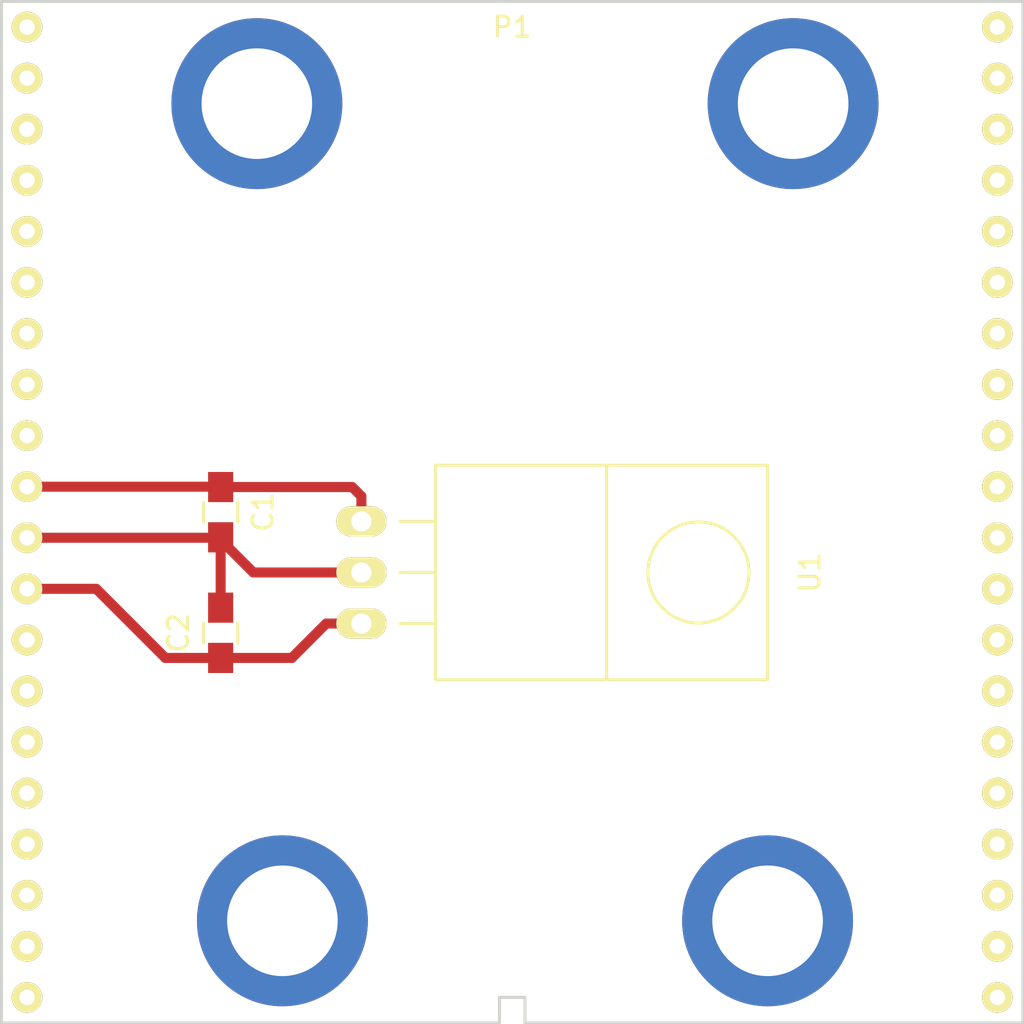
<source format=kicad_pcb>
(kicad_pcb (version 4) (host pcbnew 4.0.2-stable)

  (general
    (links 7)
    (no_connects 3)
    (area 122.826099 79.328599 174.176101 130.678601)
    (thickness 1.6)
    (drawings 0)
    (tracks 17)
    (zones 0)
    (modules 4)
    (nets 4)
  )

  (page A4)
  (layers
    (0 F.Cu signal)
    (31 B.Cu signal)
    (32 B.Adhes user)
    (33 F.Adhes user)
    (34 B.Paste user)
    (35 F.Paste user)
    (36 B.SilkS user)
    (37 F.SilkS user)
    (38 B.Mask user)
    (39 F.Mask user)
    (40 Dwgs.User user)
    (41 Cmts.User user)
    (42 Eco1.User user)
    (43 Eco2.User user)
    (44 Edge.Cuts user)
    (45 Margin user)
    (46 B.CrtYd user)
    (47 F.CrtYd user)
    (48 B.Fab user)
    (49 F.Fab user)
  )

  (setup
    (last_trace_width 0.5)
    (user_trace_width 0.25)
    (user_trace_width 0.4)
    (user_trace_width 0.5)
    (user_trace_width 0.75)
    (trace_clearance 0.2)
    (zone_clearance 0.508)
    (zone_45_only no)
    (trace_min 0.2)
    (segment_width 0.2)
    (edge_width 0.15)
    (via_size 0.6)
    (via_drill 0.4)
    (via_min_size 0.4)
    (via_min_drill 0.3)
    (uvia_size 0.3)
    (uvia_drill 0.1)
    (uvias_allowed no)
    (uvia_min_size 0)
    (uvia_min_drill 0)
    (pcb_text_width 0.3)
    (pcb_text_size 1.5 1.5)
    (mod_edge_width 0.15)
    (mod_text_size 1 1)
    (mod_text_width 0.15)
    (pad_size 1.524 1.524)
    (pad_drill 0.762)
    (pad_to_mask_clearance 0.2)
    (aux_axis_origin 0 0)
    (visible_elements FFFFFF7F)
    (pcbplotparams
      (layerselection 0x00030_80000001)
      (usegerberextensions false)
      (excludeedgelayer true)
      (linewidth 0.100000)
      (plotframeref false)
      (viasonmask false)
      (mode 1)
      (useauxorigin false)
      (hpglpennumber 1)
      (hpglpenspeed 20)
      (hpglpendiameter 15)
      (hpglpenoverlay 2)
      (psnegative false)
      (psa4output false)
      (plotreference true)
      (plotvalue true)
      (plotinvisibletext false)
      (padsonsilk false)
      (subtractmaskfromsilk false)
      (outputformat 1)
      (mirror false)
      (drillshape 1)
      (scaleselection 1)
      (outputdirectory ""))
  )

  (net 0 "")
  (net 1 "Net-(C1-Pad1)")
  (net 2 "Net-(C1-Pad2)")
  (net 3 "Net-(C2-Pad1)")

  (net_class Default "This is the default net class."
    (clearance 0.2)
    (trace_width 0.25)
    (via_dia 0.6)
    (via_drill 0.4)
    (uvia_dia 0.3)
    (uvia_drill 0.1)
    (add_net "Net-(C1-Pad1)")
    (add_net "Net-(C1-Pad2)")
    (add_net "Net-(C2-Pad1)")
  )

  (module SCUBE:scube40 (layer F.Cu) (tedit 575FF9D1) (tstamp 57600FC7)
    (at 148.5011 105.0036)
    (path /57600F48)
    (fp_text reference P1 (at 0 -24.13) (layer F.SilkS)
      (effects (font (size 1 1) (thickness 0.15)))
    )
    (fp_text value SCUBE40 (at 0 -22.86) (layer F.Fab)
      (effects (font (size 1 1) (thickness 0.15)))
    )
    (fp_line (start -25.4 25.4) (end -25.4 -25.4) (layer Edge.Cuts) (width 0.15))
    (fp_line (start 25.4 25.4) (end 0.635 25.4) (layer Edge.Cuts) (width 0.15))
    (fp_line (start 25.4 -25.4) (end 25.4 25.4) (layer Edge.Cuts) (width 0.15))
    (fp_line (start -25.4 -25.4) (end 25.4 -25.4) (layer Edge.Cuts) (width 0.15))
    (fp_line (start -0.635 25.4) (end -25.4 25.4) (layer Edge.Cuts) (width 0.15))
    (fp_line (start -0.635 24.13) (end -0.635 25.4) (layer Edge.Cuts) (width 0.15))
    (fp_line (start 0.635 24.13) (end -0.635 24.13) (layer Edge.Cuts) (width 0.15))
    (fp_line (start 0.635 25.4) (end 0.635 24.13) (layer Edge.Cuts) (width 0.15))
    (pad 1 thru_hole circle (at -24.13 -24.13) (size 1.524 1.524) (drill 0.762) (layers *.Cu *.Mask F.SilkS))
    (pad 2 thru_hole circle (at -24.13 -21.59) (size 1.524 1.524) (drill 0.762) (layers *.Cu *.Mask F.SilkS))
    (pad 3 thru_hole circle (at -24.13 -19.05) (size 1.524 1.524) (drill 0.762) (layers *.Cu *.Mask F.SilkS))
    (pad 4 thru_hole circle (at -24.13 -16.51) (size 1.524 1.524) (drill 0.762) (layers *.Cu *.Mask F.SilkS))
    (pad 5 thru_hole circle (at -24.13 -13.97) (size 1.524 1.524) (drill 0.762) (layers *.Cu *.Mask F.SilkS))
    (pad 6 thru_hole circle (at -24.13 -11.43) (size 1.524 1.524) (drill 0.762) (layers *.Cu *.Mask F.SilkS))
    (pad 7 thru_hole circle (at -24.13 -8.89) (size 1.524 1.524) (drill 0.762) (layers *.Cu *.Mask F.SilkS))
    (pad 8 thru_hole circle (at -24.13 -6.35) (size 1.524 1.524) (drill 0.762) (layers *.Cu *.Mask F.SilkS))
    (pad 9 thru_hole circle (at -24.13 -3.81) (size 1.524 1.524) (drill 0.762) (layers *.Cu *.Mask F.SilkS))
    (pad 10 thru_hole circle (at -24.13 -1.27) (size 1.524 1.524) (drill 0.762) (layers *.Cu *.Mask F.SilkS)
      (net 1 "Net-(C1-Pad1)"))
    (pad 11 thru_hole circle (at -24.13 1.27) (size 1.524 1.524) (drill 0.762) (layers *.Cu *.Mask F.SilkS)
      (net 2 "Net-(C1-Pad2)"))
    (pad 12 thru_hole circle (at -24.13 3.81) (size 1.524 1.524) (drill 0.762) (layers *.Cu *.Mask F.SilkS)
      (net 3 "Net-(C2-Pad1)"))
    (pad 13 thru_hole circle (at -24.13 6.35) (size 1.524 1.524) (drill 0.762) (layers *.Cu *.Mask F.SilkS))
    (pad 14 thru_hole circle (at -24.13 8.89) (size 1.524 1.524) (drill 0.762) (layers *.Cu *.Mask F.SilkS))
    (pad 15 thru_hole circle (at -24.13 11.43) (size 1.524 1.524) (drill 0.762) (layers *.Cu *.Mask F.SilkS))
    (pad 16 thru_hole circle (at -24.13 13.97) (size 1.524 1.524) (drill 0.762) (layers *.Cu *.Mask F.SilkS))
    (pad 17 thru_hole circle (at -24.13 16.51) (size 1.524 1.524) (drill 0.762) (layers *.Cu *.Mask F.SilkS))
    (pad 18 thru_hole circle (at -24.13 19.05) (size 1.524 1.524) (drill 0.762) (layers *.Cu *.Mask F.SilkS))
    (pad 19 thru_hole circle (at -24.13 21.59) (size 1.524 1.524) (drill 0.762) (layers *.Cu *.Mask F.SilkS))
    (pad 20 thru_hole circle (at -24.13 24.13) (size 1.524 1.524) (drill 0.762) (layers *.Cu *.Mask F.SilkS))
    (pad 21 thru_hole circle (at 24.13 24.13) (size 1.524 1.524) (drill 0.762) (layers *.Cu *.Mask F.SilkS))
    (pad 22 thru_hole circle (at 24.13 21.59) (size 1.524 1.524) (drill 0.762) (layers *.Cu *.Mask F.SilkS))
    (pad 23 thru_hole circle (at 24.13 19.05) (size 1.524 1.524) (drill 0.762) (layers *.Cu *.Mask F.SilkS))
    (pad 24 thru_hole circle (at 24.13 16.51) (size 1.524 1.524) (drill 0.762) (layers *.Cu *.Mask F.SilkS))
    (pad 25 thru_hole circle (at 24.13 13.97) (size 1.524 1.524) (drill 0.762) (layers *.Cu *.Mask F.SilkS))
    (pad 26 thru_hole circle (at 24.13 11.43) (size 1.524 1.524) (drill 0.762) (layers *.Cu *.Mask F.SilkS))
    (pad 27 thru_hole circle (at 24.13 8.89) (size 1.524 1.524) (drill 0.762) (layers *.Cu *.Mask F.SilkS))
    (pad 28 thru_hole circle (at 24.13 6.35) (size 1.524 1.524) (drill 0.762) (layers *.Cu *.Mask F.SilkS))
    (pad 29 thru_hole circle (at 24.13 3.81) (size 1.524 1.524) (drill 0.762) (layers *.Cu *.Mask F.SilkS))
    (pad 30 thru_hole circle (at 24.13 1.27) (size 1.524 1.524) (drill 0.762) (layers *.Cu *.Mask F.SilkS))
    (pad 31 thru_hole circle (at 24.13 -1.27) (size 1.524 1.524) (drill 0.762) (layers *.Cu *.Mask F.SilkS))
    (pad 32 thru_hole circle (at 24.13 -3.81) (size 1.524 1.524) (drill 0.762) (layers *.Cu *.Mask F.SilkS))
    (pad 33 thru_hole circle (at 24.13 -6.35) (size 1.524 1.524) (drill 0.762) (layers *.Cu *.Mask F.SilkS))
    (pad 34 thru_hole circle (at 24.13 -8.89) (size 1.524 1.524) (drill 0.762) (layers *.Cu *.Mask F.SilkS))
    (pad 35 thru_hole circle (at 24.13 -11.43) (size 1.524 1.524) (drill 0.762) (layers *.Cu *.Mask F.SilkS))
    (pad 36 thru_hole circle (at 24.13 -13.97) (size 1.524 1.524) (drill 0.762) (layers *.Cu *.Mask F.SilkS))
    (pad 37 thru_hole circle (at 24.13 -16.51) (size 1.524 1.524) (drill 0.762) (layers *.Cu *.Mask F.SilkS))
    (pad 38 thru_hole circle (at 24.13 -19.05) (size 1.524 1.524) (drill 0.762) (layers *.Cu *.Mask F.SilkS))
    (pad 39 thru_hole circle (at 24.13 -21.59) (size 1.524 1.524) (drill 0.762) (layers *.Cu *.Mask F.SilkS))
    (pad 40 thru_hole circle (at 24.13 -24.13) (size 1.524 1.524) (drill 0.762) (layers *.Cu *.Mask F.SilkS))
    (pad "" np_thru_hole circle (at -12.7 -20.32) (size 8.5 8.5) (drill 5.5) (layers *.Cu))
    (pad "" np_thru_hole circle (at -11.43 20.32) (size 8.5 8.5) (drill 5.5) (layers *.Cu))
    (pad "" np_thru_hole circle (at 12.7 20.32) (size 8.5 8.5) (drill 5.5) (layers *.Cu))
    (pad "" np_thru_hole circle (at 13.97 -20.32) (size 8.5 8.5) (drill 5.5) (layers *.Cu))
  )

  (module Capacitors_SMD:C_0805_HandSoldering (layer F.Cu) (tedit 541A9B8D) (tstamp 576014FB)
    (at 134 105 270)
    (descr "Capacitor SMD 0805, hand soldering")
    (tags "capacitor 0805")
    (path /5760157E)
    (attr smd)
    (fp_text reference C1 (at 0 -2.1 270) (layer F.SilkS)
      (effects (font (size 1 1) (thickness 0.15)))
    )
    (fp_text value 10u (at 0 2.1 270) (layer F.Fab)
      (effects (font (size 1 1) (thickness 0.15)))
    )
    (fp_line (start -2.3 -1) (end 2.3 -1) (layer F.CrtYd) (width 0.05))
    (fp_line (start -2.3 1) (end 2.3 1) (layer F.CrtYd) (width 0.05))
    (fp_line (start -2.3 -1) (end -2.3 1) (layer F.CrtYd) (width 0.05))
    (fp_line (start 2.3 -1) (end 2.3 1) (layer F.CrtYd) (width 0.05))
    (fp_line (start 0.5 -0.85) (end -0.5 -0.85) (layer F.SilkS) (width 0.15))
    (fp_line (start -0.5 0.85) (end 0.5 0.85) (layer F.SilkS) (width 0.15))
    (pad 1 smd rect (at -1.25 0 270) (size 1.5 1.25) (layers F.Cu F.Paste F.Mask)
      (net 1 "Net-(C1-Pad1)"))
    (pad 2 smd rect (at 1.25 0 270) (size 1.5 1.25) (layers F.Cu F.Paste F.Mask)
      (net 2 "Net-(C1-Pad2)"))
    (model Capacitors_SMD.3dshapes/C_0805_HandSoldering.wrl
      (at (xyz 0 0 0))
      (scale (xyz 1 1 1))
      (rotate (xyz 0 0 0))
    )
  )

  (module Capacitors_SMD:C_0805_HandSoldering (layer F.Cu) (tedit 541A9B8D) (tstamp 57601501)
    (at 134 111 90)
    (descr "Capacitor SMD 0805, hand soldering")
    (tags "capacitor 0805")
    (path /576015B5)
    (attr smd)
    (fp_text reference C2 (at 0 -2.1 90) (layer F.SilkS)
      (effects (font (size 1 1) (thickness 0.15)))
    )
    (fp_text value 100n (at 0 2.1 90) (layer F.Fab)
      (effects (font (size 1 1) (thickness 0.15)))
    )
    (fp_line (start -2.3 -1) (end 2.3 -1) (layer F.CrtYd) (width 0.05))
    (fp_line (start -2.3 1) (end 2.3 1) (layer F.CrtYd) (width 0.05))
    (fp_line (start -2.3 -1) (end -2.3 1) (layer F.CrtYd) (width 0.05))
    (fp_line (start 2.3 -1) (end 2.3 1) (layer F.CrtYd) (width 0.05))
    (fp_line (start 0.5 -0.85) (end -0.5 -0.85) (layer F.SilkS) (width 0.15))
    (fp_line (start -0.5 0.85) (end 0.5 0.85) (layer F.SilkS) (width 0.15))
    (pad 1 smd rect (at -1.25 0 90) (size 1.5 1.25) (layers F.Cu F.Paste F.Mask)
      (net 3 "Net-(C2-Pad1)"))
    (pad 2 smd rect (at 1.25 0 90) (size 1.5 1.25) (layers F.Cu F.Paste F.Mask)
      (net 2 "Net-(C1-Pad2)"))
    (model Capacitors_SMD.3dshapes/C_0805_HandSoldering.wrl
      (at (xyz 0 0 0))
      (scale (xyz 1 1 1))
      (rotate (xyz 0 0 0))
    )
  )

  (module TO_SOT_Packages_THT:TO-220_Neutral123_Horizontal (layer F.Cu) (tedit 0) (tstamp 57601509)
    (at 141 108 270)
    (descr "TO-220, Neutral, Horizontal,")
    (tags "TO-220, Neutral, Horizontal,")
    (path /57601895)
    (fp_text reference U1 (at 0 -22.3012 270) (layer F.SilkS)
      (effects (font (size 1 1) (thickness 0.15)))
    )
    (fp_text value LM7812ACT (at -0.29972 3.44932 270) (layer F.Fab)
      (effects (font (size 1 1) (thickness 0.15)))
    )
    (fp_circle (center 0 -16.764) (end 1.778 -14.986) (layer F.SilkS) (width 0.15))
    (fp_line (start -2.54 -3.683) (end -2.54 -1.905) (layer F.SilkS) (width 0.15))
    (fp_line (start 0 -3.683) (end 0 -1.905) (layer F.SilkS) (width 0.15))
    (fp_line (start 2.54 -3.683) (end 2.54 -1.905) (layer F.SilkS) (width 0.15))
    (fp_line (start 5.334 -12.192) (end 5.334 -20.193) (layer F.SilkS) (width 0.15))
    (fp_line (start 5.334 -20.193) (end -5.334 -20.193) (layer F.SilkS) (width 0.15))
    (fp_line (start -5.334 -20.193) (end -5.334 -12.192) (layer F.SilkS) (width 0.15))
    (fp_line (start 5.334 -3.683) (end 5.334 -12.192) (layer F.SilkS) (width 0.15))
    (fp_line (start 5.334 -12.192) (end -5.334 -12.192) (layer F.SilkS) (width 0.15))
    (fp_line (start -5.334 -12.192) (end -5.334 -3.683) (layer F.SilkS) (width 0.15))
    (fp_line (start 0 -3.683) (end -5.334 -3.683) (layer F.SilkS) (width 0.15))
    (fp_line (start 0 -3.683) (end 5.334 -3.683) (layer F.SilkS) (width 0.15))
    (pad 2 thru_hole oval (at 0 0) (size 2.49936 1.50114) (drill 1.00076) (layers *.Cu *.Mask F.SilkS)
      (net 2 "Net-(C1-Pad2)"))
    (pad 1 thru_hole oval (at -2.54 0) (size 2.49936 1.50114) (drill 1.00076) (layers *.Cu *.Mask F.SilkS)
      (net 1 "Net-(C1-Pad1)"))
    (pad 3 thru_hole oval (at 2.54 0) (size 2.49936 1.50114) (drill 1.00076) (layers *.Cu *.Mask F.SilkS)
      (net 3 "Net-(C2-Pad1)"))
    (pad "" np_thru_hole circle (at 0 -16.764) (size 3.79984 3.79984) (drill 3.79984) (layers *.Cu *.Mask F.SilkS))
    (model TO_SOT_Packages_THT.3dshapes/TO-220_Neutral123_Horizontal.wrl
      (at (xyz 0 0 0))
      (scale (xyz 0.3937 0.3937 0.3937))
      (rotate (xyz 0 0 0))
    )
  )

  (segment (start 134 103.75) (end 140.54057 103.75) (width 0.5) (layer F.Cu) (net 1))
  (segment (start 140.54057 103.75) (end 141 104.20943) (width 0.5) (layer F.Cu) (net 1))
  (segment (start 141 104.20943) (end 141 105.46) (width 0.5) (layer F.Cu) (net 1))
  (segment (start 124.3711 103.7336) (end 133.9836 103.7336) (width 0.5) (layer F.Cu) (net 1))
  (segment (start 133.9836 103.7336) (end 134 103.75) (width 0.5) (layer F.Cu) (net 1))
  (segment (start 141 108) (end 135.625 108) (width 0.5) (layer F.Cu) (net 2))
  (segment (start 135.625 108) (end 134 106.375) (width 0.5) (layer F.Cu) (net 2))
  (segment (start 134 106.375) (end 134 106.25) (width 0.5) (layer F.Cu) (net 2))
  (segment (start 124.3711 106.2736) (end 133.9764 106.2736) (width 0.5) (layer F.Cu) (net 2))
  (segment (start 133.9764 106.2736) (end 134 106.25) (width 0.5) (layer F.Cu) (net 2))
  (segment (start 134 106.25) (end 134 109.75) (width 0.5) (layer F.Cu) (net 2))
  (segment (start 141 110.54) (end 139.25032 110.54) (width 0.5) (layer F.Cu) (net 3))
  (segment (start 139.25032 110.54) (end 137.54032 112.25) (width 0.5) (layer F.Cu) (net 3))
  (segment (start 137.54032 112.25) (end 134 112.25) (width 0.5) (layer F.Cu) (net 3))
  (segment (start 127.8136 108.8136) (end 131.25 112.25) (width 0.5) (layer F.Cu) (net 3))
  (segment (start 131.25 112.25) (end 134 112.25) (width 0.5) (layer F.Cu) (net 3))
  (segment (start 124.3711 108.8136) (end 127.8136 108.8136) (width 0.5) (layer F.Cu) (net 3))

)

</source>
